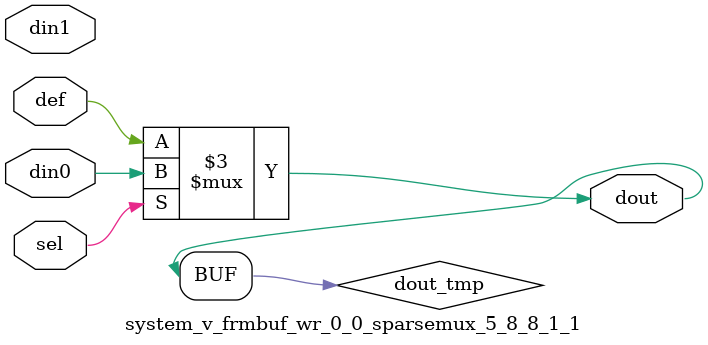
<source format=v>
`timescale 1ns / 1ps

module system_v_frmbuf_wr_0_0_sparsemux_5_8_8_1_1 (din0,din1,def,sel,dout);

parameter din0_WIDTH = 1;

parameter din1_WIDTH = 1;

parameter def_WIDTH = 1;
parameter sel_WIDTH = 1;
parameter dout_WIDTH = 1;

parameter [sel_WIDTH-1:0] CASE0 = 1;

parameter [sel_WIDTH-1:0] CASE1 = 1;

parameter ID = 1;
parameter NUM_STAGE = 1;



input [din0_WIDTH-1:0] din0;

input [din1_WIDTH-1:0] din1;

input [def_WIDTH-1:0] def;
input [sel_WIDTH-1:0] sel;

output [dout_WIDTH-1:0] dout;



reg [dout_WIDTH-1:0] dout_tmp;

always @ (*) begin
case (sel)
    
    CASE0 : dout_tmp = din0;
    
    CASE1 : dout_tmp = din1;
    
    default : dout_tmp = def;
endcase
end


assign dout = dout_tmp;



endmodule

</source>
